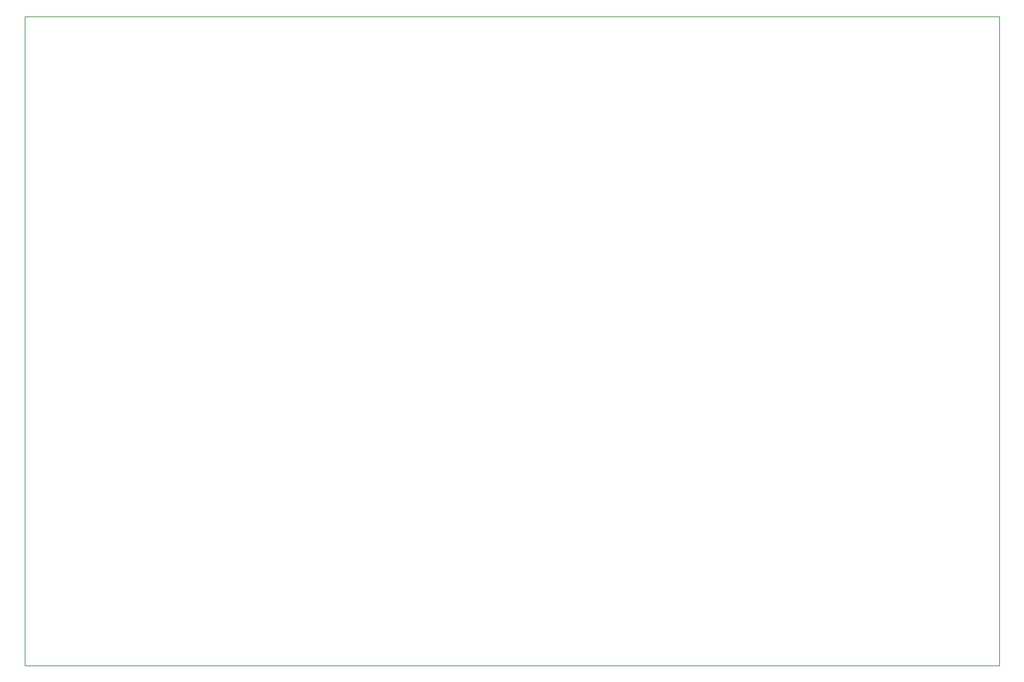
<source format=gbr>
%TF.GenerationSoftware,KiCad,Pcbnew,(6.0.7)*%
%TF.CreationDate,2023-11-05T23:43:59-03:00*%
%TF.ProjectId,Puente_H,5075656e-7465-45f4-982e-6b696361645f,v1*%
%TF.SameCoordinates,Original*%
%TF.FileFunction,Profile,NP*%
%FSLAX46Y46*%
G04 Gerber Fmt 4.6, Leading zero omitted, Abs format (unit mm)*
G04 Created by KiCad (PCBNEW (6.0.7)) date 2023-11-05 23:43:59*
%MOMM*%
%LPD*%
G01*
G04 APERTURE LIST*
%TA.AperFunction,Profile*%
%ADD10C,0.100000*%
%TD*%
G04 APERTURE END LIST*
D10*
X191550000Y-115409500D02*
X71550000Y-115409500D01*
X71550000Y-115409500D02*
X71550000Y-35409500D01*
X71550000Y-35409500D02*
X191550000Y-35409500D01*
X191550000Y-35409500D02*
X191550000Y-115409500D01*
M02*

</source>
